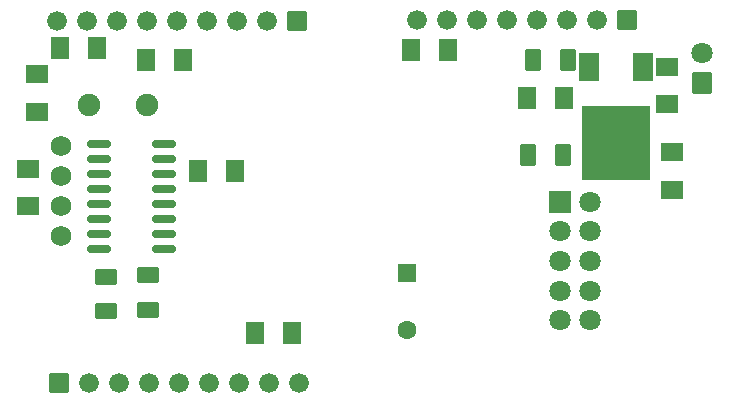
<source format=gbs>
G04 Layer: BottomSolderMaskLayer*
G04 EasyEDA v6.5.22, 2023-04-01 07:59:08*
G04 7fe897ac635649ec9317f66c388b8081,f086b915ab1b43d4b1f8ac0bdbc02707,10*
G04 Gerber Generator version 0.2*
G04 Scale: 100 percent, Rotated: No, Reflected: No *
G04 Dimensions in millimeters *
G04 leading zeros omitted , absolute positions ,4 integer and 5 decimal *
%FSLAX45Y45*%
%MOMM*%

%AMMACRO1*1,1,$1,$2,$3*1,1,$1,$4,$5*1,1,$1,0-$2,0-$3*1,1,$1,0-$4,0-$5*20,1,$1,$2,$3,$4,$5,0*20,1,$1,$4,$5,0-$2,0-$3,0*20,1,$1,0-$2,0-$3,0-$4,0-$5,0*20,1,$1,0-$4,0-$5,$2,$3,0*4,1,4,$2,$3,$4,$5,0-$2,0-$3,0-$4,0-$5,$2,$3,0*%
%ADD10MACRO1,0.1016X-0.864X-0.7425X0.864X-0.7425*%
%ADD11MACRO1,0.1016X-0.864X0.7425X0.864X0.7425*%
%ADD12MACRO1,0.1016X2.85X-3.1X2.85X3.1*%
%ADD13MACRO1,0.1016X0.8X-1.15X0.8X1.15*%
%ADD14MACRO1,0.1016X-0.7425X0.864X-0.7425X-0.864*%
%ADD15MACRO1,0.1016X0.7425X0.864X0.7425X-0.864*%
%ADD16MACRO1,0.1016X0.6038X-0.8505X0.6038X0.8505*%
%ADD17MACRO1,0.1016X-0.6038X-0.8505X-0.6038X0.8505*%
%ADD18MACRO1,0.1016X-0.6038X0.8505X-0.6038X-0.8505*%
%ADD19MACRO1,0.1016X0.6038X0.8505X0.6038X-0.8505*%
%ADD20MACRO1,0.1016X0.7425X-0.864X0.7425X0.864*%
%ADD21MACRO1,0.1016X-0.7425X-0.864X-0.7425X0.864*%
%ADD22MACRO1,0.1016X0.8505X0.6038X-0.8505X0.6038*%
%ADD23MACRO1,0.1016X0.8505X-0.6038X-0.8505X-0.6038*%
%ADD24O,2.0725892000000004X0.7036053999999999*%
%ADD25MACRO1,0.1016X0.864X0.7425X-0.864X0.7425*%
%ADD26MACRO1,0.1016X0.864X-0.7425X-0.864X-0.7425*%
%ADD27C,1.9016*%
%ADD28MACRO1,0.1016X-0.7874X-0.85X-0.7874X0.85*%
%ADD29C,1.8016*%
%ADD30C,1.7272*%
%ADD31C,1.6764*%
%ADD32MACRO1,0.1016X-0.7874X0.7874X0.7874X0.7874*%
%ADD33MACRO1,0.1016X0.7874X-0.7874X-0.7874X-0.7874*%
%ADD34MACRO1,0.1016X0.75X0.75X0.75X-0.75*%
%ADD35C,1.6016*%
%ADD36MACRO1,0.1016X0.9X0.85X0.9X-0.85*%

%LPD*%
D10*
G01*
X4406900Y235450D03*
D11*
G01*
X4406900Y-83050D03*
D12*
G01*
X3937000Y313245D03*
D13*
G01*
X3708001Y956744D03*
G01*
X4165998Y956693D03*
D10*
G01*
X4368800Y959350D03*
D11*
G01*
X4368800Y640849D03*
D14*
G01*
X3499350Y698500D03*
D15*
G01*
X3180849Y698500D03*
D16*
G01*
X3230323Y1016000D03*
D17*
G01*
X3526076Y1016000D03*
D18*
G01*
X3487976Y215900D03*
D19*
G01*
X3192223Y215900D03*
D20*
G01*
X-775708Y1117600D03*
D21*
G01*
X-457207Y1117600D03*
D14*
G01*
X711192Y76200D03*
D15*
G01*
X392691Y76200D03*
D22*
G01*
X-25400Y-1100376D03*
D23*
G01*
X-25400Y-804623D03*
D24*
G01*
X-438657Y-584200D03*
G01*
X-438657Y-457200D03*
G01*
X-438657Y-330200D03*
G01*
X-438657Y-203200D03*
G01*
X-438657Y-76200D03*
G01*
X-438657Y50800D03*
G01*
X-438657Y177800D03*
G01*
X-438657Y304800D03*
G01*
X108457Y-584200D03*
G01*
X108457Y-457200D03*
G01*
X108457Y-330200D03*
G01*
X108457Y-203200D03*
G01*
X108457Y-76200D03*
G01*
X108457Y50800D03*
G01*
X108457Y177800D03*
G01*
X108457Y304800D03*
D14*
G01*
X1193792Y-1295400D03*
D15*
G01*
X875291Y-1295400D03*
D20*
G01*
X2196091Y1104900D03*
D21*
G01*
X2514592Y1104900D03*
D25*
G01*
X-1041400Y-222750D03*
D26*
G01*
X-1041400Y95750D03*
D25*
G01*
X-965200Y577349D03*
D26*
G01*
X-965200Y895850D03*
D20*
G01*
X-44950Y1016000D03*
D21*
G01*
X273550Y1016000D03*
D22*
G01*
X-381000Y-1113076D03*
D23*
G01*
X-381000Y-817323D03*
D27*
G01*
X-523392Y635000D03*
G01*
X-35407Y635000D03*
D28*
G01*
X4660900Y825501D03*
D29*
G01*
X4660900Y1079500D03*
D30*
G01*
X-762000Y292100D03*
G01*
X-762000Y38100D03*
G01*
X-762000Y-215900D03*
G01*
X-762000Y-469900D03*
D31*
G01*
X1250442Y-1714500D03*
G01*
X996442Y-1714500D03*
G01*
X742442Y-1714500D03*
G01*
X488442Y-1714500D03*
G01*
X234442Y-1714500D03*
G01*
X-19557Y-1714500D03*
G01*
X-273557Y-1714500D03*
G01*
X-527557Y-1714500D03*
D32*
G01*
X-781557Y-1714500D03*
D33*
G01*
X4031742Y1358900D03*
D31*
G01*
X3777742Y1358900D03*
G01*
X3523742Y1358900D03*
G01*
X3269742Y1358900D03*
G01*
X3015742Y1358900D03*
G01*
X2761742Y1358900D03*
G01*
X2507742Y1358900D03*
G01*
X2253742Y1358900D03*
D34*
G01*
X2164840Y-784701D03*
D35*
G01*
X2164842Y-1272692D03*
D29*
G01*
X3712235Y-185801D03*
G01*
X3462248Y-435813D03*
G01*
X3712235Y-435813D03*
G01*
X3462248Y-685800D03*
G01*
X3712235Y-685800D03*
G01*
X3462248Y-935812D03*
G01*
X3712235Y-935812D03*
G01*
X3462248Y-1185798D03*
G01*
X3712235Y-1185798D03*
D36*
G01*
X3462248Y-185801D03*
D31*
G01*
X-794257Y1346200D03*
G01*
X-540257Y1346200D03*
G01*
X-286257Y1346200D03*
G01*
X-32257Y1346200D03*
G01*
X221742Y1346200D03*
G01*
X475742Y1346200D03*
G01*
X729742Y1346200D03*
G01*
X983742Y1346200D03*
D33*
G01*
X1237742Y1346200D03*
M02*

</source>
